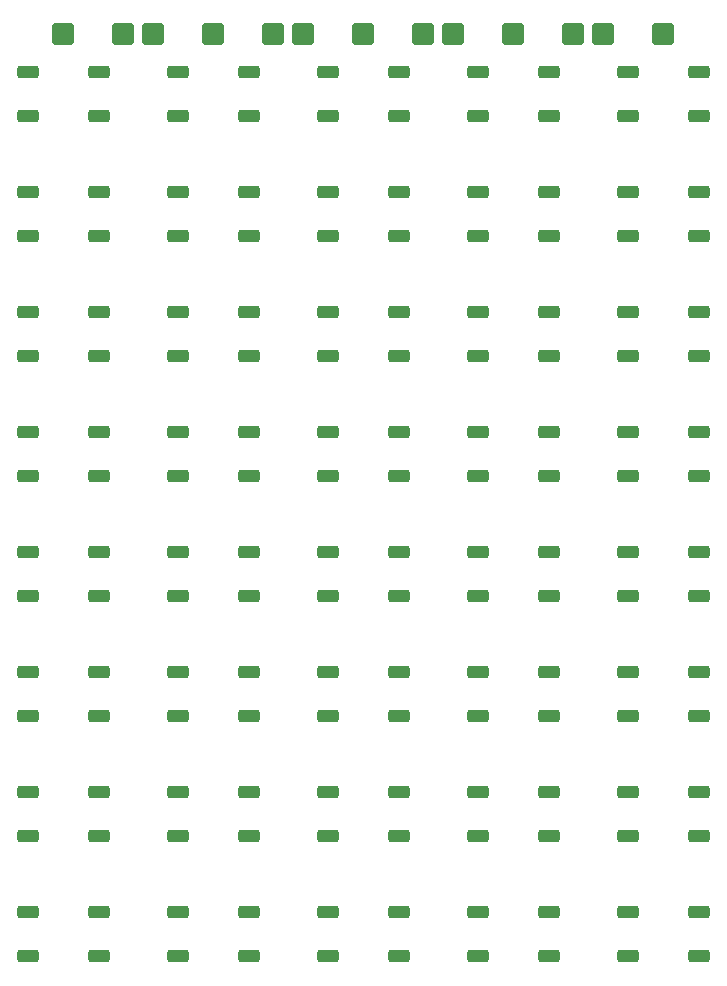
<source format=gbr>
%TF.GenerationSoftware,KiCad,Pcbnew,8.0.4*%
%TF.CreationDate,2024-09-09T09:43:21+10:00*%
%TF.ProjectId,ti45_keyboard,74693435-5f6b-4657-9962-6f6172642e6b,rev?*%
%TF.SameCoordinates,Original*%
%TF.FileFunction,Soldermask,Top*%
%TF.FilePolarity,Negative*%
%FSLAX46Y46*%
G04 Gerber Fmt 4.6, Leading zero omitted, Abs format (unit mm)*
G04 Created by KiCad (PCBNEW 8.0.4) date 2024-09-09 09:43:21*
%MOMM*%
%LPD*%
G01*
G04 APERTURE LIST*
G04 Aperture macros list*
%AMRoundRect*
0 Rectangle with rounded corners*
0 $1 Rounding radius*
0 $2 $3 $4 $5 $6 $7 $8 $9 X,Y pos of 4 corners*
0 Add a 4 corners polygon primitive as box body*
4,1,4,$2,$3,$4,$5,$6,$7,$8,$9,$2,$3,0*
0 Add four circle primitives for the rounded corners*
1,1,$1+$1,$2,$3*
1,1,$1+$1,$4,$5*
1,1,$1+$1,$6,$7*
1,1,$1+$1,$8,$9*
0 Add four rect primitives between the rounded corners*
20,1,$1+$1,$2,$3,$4,$5,0*
20,1,$1+$1,$4,$5,$6,$7,0*
20,1,$1+$1,$6,$7,$8,$9,0*
20,1,$1+$1,$8,$9,$2,$3,0*%
G04 Aperture macros list end*
%ADD10RoundRect,0.200000X-0.700000X-0.350000X0.700000X-0.350000X0.700000X0.350000X-0.700000X0.350000X0*%
%ADD11RoundRect,0.250000X-0.675000X-0.675000X0.675000X-0.675000X0.675000X0.675000X-0.675000X0.675000X0*%
G04 APERTURE END LIST*
D10*
%TO.C,SW1*%
X-28400000Y-5340000D03*
X-22400000Y-5340000D03*
X-28400000Y-9040000D03*
X-22400000Y-9040000D03*
%TD*%
%TO.C,SW27*%
X-15700000Y-56140000D03*
X-9700000Y-56140000D03*
X-15700000Y-59840000D03*
X-9700000Y-59840000D03*
%TD*%
%TO.C,SW7*%
X-15700000Y-15500000D03*
X-9700000Y-15500000D03*
X-15700000Y-19200000D03*
X-9700000Y-19200000D03*
%TD*%
%TO.C,SW34*%
X9700000Y-66300000D03*
X15700000Y-66300000D03*
X9700000Y-70000000D03*
X15700000Y-70000000D03*
%TD*%
D11*
%TO.C,J12*%
X20320000Y-2110000D03*
%TD*%
%TO.C,J4*%
X-12700000Y-2110000D03*
%TD*%
D10*
%TO.C,SW6*%
X-28400000Y-15500000D03*
X-22400000Y-15500000D03*
X-28400000Y-19200000D03*
X-22400000Y-19200000D03*
%TD*%
D11*
%TO.C,J13*%
X25400000Y-2110000D03*
%TD*%
D10*
%TO.C,SW33*%
X-3000000Y-66300000D03*
X3000000Y-66300000D03*
X-3000000Y-70000000D03*
X3000000Y-70000000D03*
%TD*%
D11*
%TO.C,J7*%
X0Y-2110000D03*
%TD*%
%TO.C,J8*%
X5080000Y-2110000D03*
%TD*%
%TO.C,J2*%
X-20320000Y-2110000D03*
%TD*%
D10*
%TO.C,SW17*%
X-15700000Y-35820000D03*
X-9700000Y-35820000D03*
X-15700000Y-39520000D03*
X-9700000Y-39520000D03*
%TD*%
%TO.C,SW2*%
X-15700000Y-5340000D03*
X-9700000Y-5340000D03*
X-15700000Y-9040000D03*
X-9700000Y-9040000D03*
%TD*%
D11*
%TO.C,J10*%
X12700000Y-2110000D03*
%TD*%
%TO.C,J3*%
X-17780000Y-2110000D03*
%TD*%
D10*
%TO.C,SW28*%
X-3000000Y-56140000D03*
X3000000Y-56140000D03*
X-3000000Y-59840000D03*
X3000000Y-59840000D03*
%TD*%
%TO.C,SW19*%
X9700000Y-35820000D03*
X15700000Y-35820000D03*
X9700000Y-39520000D03*
X15700000Y-39520000D03*
%TD*%
%TO.C,SW8*%
X-3000000Y-15500000D03*
X3000000Y-15500000D03*
X-3000000Y-19200000D03*
X3000000Y-19200000D03*
%TD*%
%TO.C,SW40*%
X22400000Y-76460000D03*
X28400000Y-76460000D03*
X22400000Y-80160000D03*
X28400000Y-80160000D03*
%TD*%
%TO.C,SW39*%
X9700000Y-76460000D03*
X15700000Y-76460000D03*
X9700000Y-80160000D03*
X15700000Y-80160000D03*
%TD*%
%TO.C,SW20*%
X22400000Y-35820000D03*
X28400000Y-35820000D03*
X22400000Y-39520000D03*
X28400000Y-39520000D03*
%TD*%
D11*
%TO.C,J6*%
X-5080000Y-2110000D03*
%TD*%
D10*
%TO.C,SW26*%
X-28400000Y-56140000D03*
X-22400000Y-56140000D03*
X-28400000Y-59840000D03*
X-22400000Y-59840000D03*
%TD*%
%TO.C,SW5*%
X22400000Y-5340000D03*
X28400000Y-5340000D03*
X22400000Y-9040000D03*
X28400000Y-9040000D03*
%TD*%
D11*
%TO.C,J11*%
X17780000Y-2110000D03*
%TD*%
D10*
%TO.C,SW15*%
X22400000Y-25660000D03*
X28400000Y-25660000D03*
X22400000Y-29360000D03*
X28400000Y-29360000D03*
%TD*%
%TO.C,SW4*%
X9700000Y-5340000D03*
X15700000Y-5340000D03*
X9700000Y-9040000D03*
X15700000Y-9040000D03*
%TD*%
%TO.C,SW37*%
X-15700000Y-76460000D03*
X-9700000Y-76460000D03*
X-15700000Y-80160000D03*
X-9700000Y-80160000D03*
%TD*%
%TO.C,SW21*%
X-28400000Y-45980000D03*
X-22400000Y-45980000D03*
X-28400000Y-49680000D03*
X-22400000Y-49680000D03*
%TD*%
%TO.C,SW16*%
X-28400000Y-35820000D03*
X-22400000Y-35820000D03*
X-28400000Y-39520000D03*
X-22400000Y-39520000D03*
%TD*%
D11*
%TO.C,J5*%
X-7620000Y-2110000D03*
%TD*%
D10*
%TO.C,SW3*%
X-3000000Y-5340000D03*
X3000000Y-5340000D03*
X-3000000Y-9040000D03*
X3000000Y-9040000D03*
%TD*%
%TO.C,SW35*%
X22400000Y-66300000D03*
X28400000Y-66300000D03*
X22400000Y-70000000D03*
X28400000Y-70000000D03*
%TD*%
%TO.C,SW32*%
X-15700000Y-66300000D03*
X-9700000Y-66300000D03*
X-15700000Y-70000000D03*
X-9700000Y-70000000D03*
%TD*%
%TO.C,SW12*%
X-15700000Y-25660000D03*
X-9700000Y-25660000D03*
X-15700000Y-29360000D03*
X-9700000Y-29360000D03*
%TD*%
%TO.C,SW14*%
X9700000Y-25660000D03*
X15700000Y-25660000D03*
X9700000Y-29360000D03*
X15700000Y-29360000D03*
%TD*%
%TO.C,SW24*%
X9700000Y-45980000D03*
X15700000Y-45980000D03*
X9700000Y-49680000D03*
X15700000Y-49680000D03*
%TD*%
D11*
%TO.C,J9*%
X7620000Y-2110000D03*
%TD*%
D10*
%TO.C,SW9*%
X9700000Y-15500000D03*
X15700000Y-15500000D03*
X9700000Y-19200000D03*
X15700000Y-19200000D03*
%TD*%
%TO.C,SW29*%
X9700000Y-56140000D03*
X15700000Y-56140000D03*
X9700000Y-59840000D03*
X15700000Y-59840000D03*
%TD*%
%TO.C,SW36*%
X-28400000Y-76460000D03*
X-22400000Y-76460000D03*
X-28400000Y-80160000D03*
X-22400000Y-80160000D03*
%TD*%
%TO.C,SW22*%
X-15700000Y-45980000D03*
X-9700000Y-45980000D03*
X-15700000Y-49680000D03*
X-9700000Y-49680000D03*
%TD*%
%TO.C,SW11*%
X-28400000Y-25660000D03*
X-22400000Y-25660000D03*
X-28400000Y-29360000D03*
X-22400000Y-29360000D03*
%TD*%
%TO.C,SW25*%
X22400000Y-45980000D03*
X28400000Y-45980000D03*
X22400000Y-49680000D03*
X28400000Y-49680000D03*
%TD*%
%TO.C,SW13*%
X-3000000Y-25660000D03*
X3000000Y-25660000D03*
X-3000000Y-29360000D03*
X3000000Y-29360000D03*
%TD*%
%TO.C,SW30*%
X22400000Y-56140000D03*
X28400000Y-56140000D03*
X22400000Y-59840000D03*
X28400000Y-59840000D03*
%TD*%
D11*
%TO.C,J1*%
X-25400000Y-2110000D03*
%TD*%
D10*
%TO.C,SW31*%
X-28400000Y-66300000D03*
X-22400000Y-66300000D03*
X-28400000Y-70000000D03*
X-22400000Y-70000000D03*
%TD*%
%TO.C,SW10*%
X22400000Y-15500000D03*
X28400000Y-15500000D03*
X22400000Y-19200000D03*
X28400000Y-19200000D03*
%TD*%
%TO.C,SW38*%
X-3000000Y-76460000D03*
X3000000Y-76460000D03*
X-3000000Y-80160000D03*
X3000000Y-80160000D03*
%TD*%
%TO.C,SW23*%
X-3000000Y-45980000D03*
X3000000Y-45980000D03*
X-3000000Y-49680000D03*
X3000000Y-49680000D03*
%TD*%
%TO.C,SW18*%
X-3000000Y-35820000D03*
X3000000Y-35820000D03*
X-3000000Y-39520000D03*
X3000000Y-39520000D03*
%TD*%
M02*

</source>
